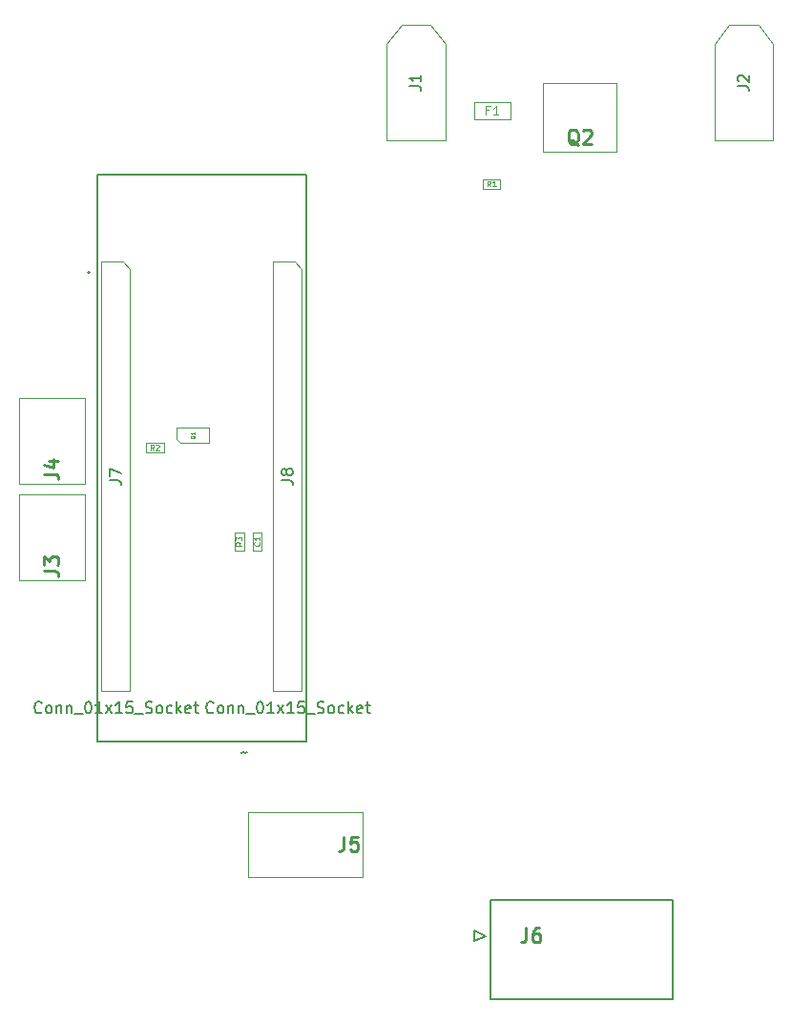
<source format=gbr>
%TF.GenerationSoftware,KiCad,Pcbnew,8.0.1*%
%TF.CreationDate,2024-04-24T20:44:49+02:00*%
%TF.ProjectId,Connectors_card,436f6e6e-6563-4746-9f72-735f63617264,rev?*%
%TF.SameCoordinates,Original*%
%TF.FileFunction,AssemblyDrawing,Top*%
%FSLAX46Y46*%
G04 Gerber Fmt 4.6, Leading zero omitted, Abs format (unit mm)*
G04 Created by KiCad (PCBNEW 8.0.1) date 2024-04-24 20:44:49*
%MOMM*%
%LPD*%
G01*
G04 APERTURE LIST*
%ADD10C,0.254000*%
%ADD11C,0.050000*%
%ADD12C,0.120000*%
%ADD13C,0.150000*%
%ADD14C,0.075000*%
%ADD15C,0.100000*%
%ADD16C,0.127000*%
%ADD17C,0.200000*%
G04 APERTURE END LIST*
D10*
X102002518Y-103065332D02*
X102909661Y-103065332D01*
X102909661Y-103065332D02*
X103091089Y-103125809D01*
X103091089Y-103125809D02*
X103212042Y-103246761D01*
X103212042Y-103246761D02*
X103272518Y-103428190D01*
X103272518Y-103428190D02*
X103272518Y-103549142D01*
X102002518Y-102581523D02*
X102002518Y-101795332D01*
X102002518Y-101795332D02*
X102486327Y-102218666D01*
X102486327Y-102218666D02*
X102486327Y-102037237D01*
X102486327Y-102037237D02*
X102546803Y-101916285D01*
X102546803Y-101916285D02*
X102607280Y-101855809D01*
X102607280Y-101855809D02*
X102728232Y-101795332D01*
X102728232Y-101795332D02*
X103030613Y-101795332D01*
X103030613Y-101795332D02*
X103151565Y-101855809D01*
X103151565Y-101855809D02*
X103212042Y-101916285D01*
X103212042Y-101916285D02*
X103272518Y-102037237D01*
X103272518Y-102037237D02*
X103272518Y-102400094D01*
X103272518Y-102400094D02*
X103212042Y-102521047D01*
X103212042Y-102521047D02*
X103151565Y-102581523D01*
X128594867Y-126666318D02*
X128594867Y-127573461D01*
X128594867Y-127573461D02*
X128534390Y-127754889D01*
X128534390Y-127754889D02*
X128413438Y-127875842D01*
X128413438Y-127875842D02*
X128232009Y-127936318D01*
X128232009Y-127936318D02*
X128111057Y-127936318D01*
X129804390Y-126666318D02*
X129199628Y-126666318D01*
X129199628Y-126666318D02*
X129139152Y-127271080D01*
X129139152Y-127271080D02*
X129199628Y-127210603D01*
X129199628Y-127210603D02*
X129320581Y-127150127D01*
X129320581Y-127150127D02*
X129622962Y-127150127D01*
X129622962Y-127150127D02*
X129743914Y-127210603D01*
X129743914Y-127210603D02*
X129804390Y-127271080D01*
X129804390Y-127271080D02*
X129864867Y-127392032D01*
X129864867Y-127392032D02*
X129864867Y-127694413D01*
X129864867Y-127694413D02*
X129804390Y-127815365D01*
X129804390Y-127815365D02*
X129743914Y-127875842D01*
X129743914Y-127875842D02*
X129622962Y-127936318D01*
X129622962Y-127936318D02*
X129320581Y-127936318D01*
X129320581Y-127936318D02*
X129199628Y-127875842D01*
X129199628Y-127875842D02*
X129139152Y-127815365D01*
D11*
X115354114Y-91092476D02*
X115338876Y-91122952D01*
X115338876Y-91122952D02*
X115308400Y-91153428D01*
X115308400Y-91153428D02*
X115262685Y-91199142D01*
X115262685Y-91199142D02*
X115247447Y-91229619D01*
X115247447Y-91229619D02*
X115247447Y-91260095D01*
X115323638Y-91244857D02*
X115308400Y-91275333D01*
X115308400Y-91275333D02*
X115277923Y-91305809D01*
X115277923Y-91305809D02*
X115216971Y-91321047D01*
X115216971Y-91321047D02*
X115110304Y-91321047D01*
X115110304Y-91321047D02*
X115049352Y-91305809D01*
X115049352Y-91305809D02*
X115018876Y-91275333D01*
X115018876Y-91275333D02*
X115003638Y-91244857D01*
X115003638Y-91244857D02*
X115003638Y-91183904D01*
X115003638Y-91183904D02*
X115018876Y-91153428D01*
X115018876Y-91153428D02*
X115049352Y-91122952D01*
X115049352Y-91122952D02*
X115110304Y-91107714D01*
X115110304Y-91107714D02*
X115216971Y-91107714D01*
X115216971Y-91107714D02*
X115277923Y-91122952D01*
X115277923Y-91122952D02*
X115308400Y-91153428D01*
X115308400Y-91153428D02*
X115323638Y-91183904D01*
X115323638Y-91183904D02*
X115323638Y-91244857D01*
X115323638Y-90802952D02*
X115323638Y-90985809D01*
X115323638Y-90894381D02*
X115003638Y-90894381D01*
X115003638Y-90894381D02*
X115049352Y-90924857D01*
X115049352Y-90924857D02*
X115079828Y-90955333D01*
X115079828Y-90955333D02*
X115095066Y-90985809D01*
D12*
X141461533Y-62206807D02*
X141194867Y-62206807D01*
X141194867Y-62625855D02*
X141194867Y-61825855D01*
X141194867Y-61825855D02*
X141575819Y-61825855D01*
X142299628Y-62625855D02*
X141842485Y-62625855D01*
X142071057Y-62625855D02*
X142071057Y-61825855D01*
X142071057Y-61825855D02*
X141994866Y-61940140D01*
X141994866Y-61940140D02*
X141918676Y-62016331D01*
X141918676Y-62016331D02*
X141842485Y-62054426D01*
D10*
X144754867Y-134766318D02*
X144754867Y-135673461D01*
X144754867Y-135673461D02*
X144694390Y-135854889D01*
X144694390Y-135854889D02*
X144573438Y-135975842D01*
X144573438Y-135975842D02*
X144392009Y-136036318D01*
X144392009Y-136036318D02*
X144271057Y-136036318D01*
X145903914Y-134766318D02*
X145662009Y-134766318D01*
X145662009Y-134766318D02*
X145541057Y-134826794D01*
X145541057Y-134826794D02*
X145480581Y-134887270D01*
X145480581Y-134887270D02*
X145359628Y-135068699D01*
X145359628Y-135068699D02*
X145299152Y-135310603D01*
X145299152Y-135310603D02*
X145299152Y-135794413D01*
X145299152Y-135794413D02*
X145359628Y-135915365D01*
X145359628Y-135915365D02*
X145420105Y-135975842D01*
X145420105Y-135975842D02*
X145541057Y-136036318D01*
X145541057Y-136036318D02*
X145782962Y-136036318D01*
X145782962Y-136036318D02*
X145903914Y-135975842D01*
X145903914Y-135975842D02*
X145964390Y-135915365D01*
X145964390Y-135915365D02*
X146024867Y-135794413D01*
X146024867Y-135794413D02*
X146024867Y-135492032D01*
X146024867Y-135492032D02*
X145964390Y-135371080D01*
X145964390Y-135371080D02*
X145903914Y-135310603D01*
X145903914Y-135310603D02*
X145782962Y-135250127D01*
X145782962Y-135250127D02*
X145541057Y-135250127D01*
X145541057Y-135250127D02*
X145420105Y-135310603D01*
X145420105Y-135310603D02*
X145359628Y-135371080D01*
X145359628Y-135371080D02*
X145299152Y-135492032D01*
D13*
X119506295Y-119225866D02*
X119553914Y-119178247D01*
X119553914Y-119178247D02*
X119649152Y-119130628D01*
X119649152Y-119130628D02*
X119839628Y-119225866D01*
X119839628Y-119225866D02*
X119934866Y-119178247D01*
X119934866Y-119178247D02*
X119982485Y-119130628D01*
X134433019Y-60095333D02*
X135147304Y-60095333D01*
X135147304Y-60095333D02*
X135290161Y-60142952D01*
X135290161Y-60142952D02*
X135385400Y-60238190D01*
X135385400Y-60238190D02*
X135433019Y-60381047D01*
X135433019Y-60381047D02*
X135433019Y-60476285D01*
X135433019Y-59095333D02*
X135433019Y-59666761D01*
X135433019Y-59381047D02*
X134433019Y-59381047D01*
X134433019Y-59381047D02*
X134575876Y-59476285D01*
X134575876Y-59476285D02*
X134671114Y-59571523D01*
X134671114Y-59571523D02*
X134718733Y-59666761D01*
X101760960Y-115615580D02*
X101713341Y-115663200D01*
X101713341Y-115663200D02*
X101570484Y-115710819D01*
X101570484Y-115710819D02*
X101475246Y-115710819D01*
X101475246Y-115710819D02*
X101332389Y-115663200D01*
X101332389Y-115663200D02*
X101237151Y-115567961D01*
X101237151Y-115567961D02*
X101189532Y-115472723D01*
X101189532Y-115472723D02*
X101141913Y-115282247D01*
X101141913Y-115282247D02*
X101141913Y-115139390D01*
X101141913Y-115139390D02*
X101189532Y-114948914D01*
X101189532Y-114948914D02*
X101237151Y-114853676D01*
X101237151Y-114853676D02*
X101332389Y-114758438D01*
X101332389Y-114758438D02*
X101475246Y-114710819D01*
X101475246Y-114710819D02*
X101570484Y-114710819D01*
X101570484Y-114710819D02*
X101713341Y-114758438D01*
X101713341Y-114758438D02*
X101760960Y-114806057D01*
X102332389Y-115710819D02*
X102237151Y-115663200D01*
X102237151Y-115663200D02*
X102189532Y-115615580D01*
X102189532Y-115615580D02*
X102141913Y-115520342D01*
X102141913Y-115520342D02*
X102141913Y-115234628D01*
X102141913Y-115234628D02*
X102189532Y-115139390D01*
X102189532Y-115139390D02*
X102237151Y-115091771D01*
X102237151Y-115091771D02*
X102332389Y-115044152D01*
X102332389Y-115044152D02*
X102475246Y-115044152D01*
X102475246Y-115044152D02*
X102570484Y-115091771D01*
X102570484Y-115091771D02*
X102618103Y-115139390D01*
X102618103Y-115139390D02*
X102665722Y-115234628D01*
X102665722Y-115234628D02*
X102665722Y-115520342D01*
X102665722Y-115520342D02*
X102618103Y-115615580D01*
X102618103Y-115615580D02*
X102570484Y-115663200D01*
X102570484Y-115663200D02*
X102475246Y-115710819D01*
X102475246Y-115710819D02*
X102332389Y-115710819D01*
X103094294Y-115044152D02*
X103094294Y-115710819D01*
X103094294Y-115139390D02*
X103141913Y-115091771D01*
X103141913Y-115091771D02*
X103237151Y-115044152D01*
X103237151Y-115044152D02*
X103380008Y-115044152D01*
X103380008Y-115044152D02*
X103475246Y-115091771D01*
X103475246Y-115091771D02*
X103522865Y-115187009D01*
X103522865Y-115187009D02*
X103522865Y-115710819D01*
X103999056Y-115044152D02*
X103999056Y-115710819D01*
X103999056Y-115139390D02*
X104046675Y-115091771D01*
X104046675Y-115091771D02*
X104141913Y-115044152D01*
X104141913Y-115044152D02*
X104284770Y-115044152D01*
X104284770Y-115044152D02*
X104380008Y-115091771D01*
X104380008Y-115091771D02*
X104427627Y-115187009D01*
X104427627Y-115187009D02*
X104427627Y-115710819D01*
X104665723Y-115806057D02*
X105427627Y-115806057D01*
X105856199Y-114710819D02*
X105951437Y-114710819D01*
X105951437Y-114710819D02*
X106046675Y-114758438D01*
X106046675Y-114758438D02*
X106094294Y-114806057D01*
X106094294Y-114806057D02*
X106141913Y-114901295D01*
X106141913Y-114901295D02*
X106189532Y-115091771D01*
X106189532Y-115091771D02*
X106189532Y-115329866D01*
X106189532Y-115329866D02*
X106141913Y-115520342D01*
X106141913Y-115520342D02*
X106094294Y-115615580D01*
X106094294Y-115615580D02*
X106046675Y-115663200D01*
X106046675Y-115663200D02*
X105951437Y-115710819D01*
X105951437Y-115710819D02*
X105856199Y-115710819D01*
X105856199Y-115710819D02*
X105760961Y-115663200D01*
X105760961Y-115663200D02*
X105713342Y-115615580D01*
X105713342Y-115615580D02*
X105665723Y-115520342D01*
X105665723Y-115520342D02*
X105618104Y-115329866D01*
X105618104Y-115329866D02*
X105618104Y-115091771D01*
X105618104Y-115091771D02*
X105665723Y-114901295D01*
X105665723Y-114901295D02*
X105713342Y-114806057D01*
X105713342Y-114806057D02*
X105760961Y-114758438D01*
X105760961Y-114758438D02*
X105856199Y-114710819D01*
X107141913Y-115710819D02*
X106570485Y-115710819D01*
X106856199Y-115710819D02*
X106856199Y-114710819D01*
X106856199Y-114710819D02*
X106760961Y-114853676D01*
X106760961Y-114853676D02*
X106665723Y-114948914D01*
X106665723Y-114948914D02*
X106570485Y-114996533D01*
X107475247Y-115710819D02*
X107999056Y-115044152D01*
X107475247Y-115044152D02*
X107999056Y-115710819D01*
X108903818Y-115710819D02*
X108332390Y-115710819D01*
X108618104Y-115710819D02*
X108618104Y-114710819D01*
X108618104Y-114710819D02*
X108522866Y-114853676D01*
X108522866Y-114853676D02*
X108427628Y-114948914D01*
X108427628Y-114948914D02*
X108332390Y-114996533D01*
X109808580Y-114710819D02*
X109332390Y-114710819D01*
X109332390Y-114710819D02*
X109284771Y-115187009D01*
X109284771Y-115187009D02*
X109332390Y-115139390D01*
X109332390Y-115139390D02*
X109427628Y-115091771D01*
X109427628Y-115091771D02*
X109665723Y-115091771D01*
X109665723Y-115091771D02*
X109760961Y-115139390D01*
X109760961Y-115139390D02*
X109808580Y-115187009D01*
X109808580Y-115187009D02*
X109856199Y-115282247D01*
X109856199Y-115282247D02*
X109856199Y-115520342D01*
X109856199Y-115520342D02*
X109808580Y-115615580D01*
X109808580Y-115615580D02*
X109760961Y-115663200D01*
X109760961Y-115663200D02*
X109665723Y-115710819D01*
X109665723Y-115710819D02*
X109427628Y-115710819D01*
X109427628Y-115710819D02*
X109332390Y-115663200D01*
X109332390Y-115663200D02*
X109284771Y-115615580D01*
X110046676Y-115806057D02*
X110808580Y-115806057D01*
X110999057Y-115663200D02*
X111141914Y-115710819D01*
X111141914Y-115710819D02*
X111380009Y-115710819D01*
X111380009Y-115710819D02*
X111475247Y-115663200D01*
X111475247Y-115663200D02*
X111522866Y-115615580D01*
X111522866Y-115615580D02*
X111570485Y-115520342D01*
X111570485Y-115520342D02*
X111570485Y-115425104D01*
X111570485Y-115425104D02*
X111522866Y-115329866D01*
X111522866Y-115329866D02*
X111475247Y-115282247D01*
X111475247Y-115282247D02*
X111380009Y-115234628D01*
X111380009Y-115234628D02*
X111189533Y-115187009D01*
X111189533Y-115187009D02*
X111094295Y-115139390D01*
X111094295Y-115139390D02*
X111046676Y-115091771D01*
X111046676Y-115091771D02*
X110999057Y-114996533D01*
X110999057Y-114996533D02*
X110999057Y-114901295D01*
X110999057Y-114901295D02*
X111046676Y-114806057D01*
X111046676Y-114806057D02*
X111094295Y-114758438D01*
X111094295Y-114758438D02*
X111189533Y-114710819D01*
X111189533Y-114710819D02*
X111427628Y-114710819D01*
X111427628Y-114710819D02*
X111570485Y-114758438D01*
X112141914Y-115710819D02*
X112046676Y-115663200D01*
X112046676Y-115663200D02*
X111999057Y-115615580D01*
X111999057Y-115615580D02*
X111951438Y-115520342D01*
X111951438Y-115520342D02*
X111951438Y-115234628D01*
X111951438Y-115234628D02*
X111999057Y-115139390D01*
X111999057Y-115139390D02*
X112046676Y-115091771D01*
X112046676Y-115091771D02*
X112141914Y-115044152D01*
X112141914Y-115044152D02*
X112284771Y-115044152D01*
X112284771Y-115044152D02*
X112380009Y-115091771D01*
X112380009Y-115091771D02*
X112427628Y-115139390D01*
X112427628Y-115139390D02*
X112475247Y-115234628D01*
X112475247Y-115234628D02*
X112475247Y-115520342D01*
X112475247Y-115520342D02*
X112427628Y-115615580D01*
X112427628Y-115615580D02*
X112380009Y-115663200D01*
X112380009Y-115663200D02*
X112284771Y-115710819D01*
X112284771Y-115710819D02*
X112141914Y-115710819D01*
X113332390Y-115663200D02*
X113237152Y-115710819D01*
X113237152Y-115710819D02*
X113046676Y-115710819D01*
X113046676Y-115710819D02*
X112951438Y-115663200D01*
X112951438Y-115663200D02*
X112903819Y-115615580D01*
X112903819Y-115615580D02*
X112856200Y-115520342D01*
X112856200Y-115520342D02*
X112856200Y-115234628D01*
X112856200Y-115234628D02*
X112903819Y-115139390D01*
X112903819Y-115139390D02*
X112951438Y-115091771D01*
X112951438Y-115091771D02*
X113046676Y-115044152D01*
X113046676Y-115044152D02*
X113237152Y-115044152D01*
X113237152Y-115044152D02*
X113332390Y-115091771D01*
X113760962Y-115710819D02*
X113760962Y-114710819D01*
X113856200Y-115329866D02*
X114141914Y-115710819D01*
X114141914Y-115044152D02*
X113760962Y-115425104D01*
X114951438Y-115663200D02*
X114856200Y-115710819D01*
X114856200Y-115710819D02*
X114665724Y-115710819D01*
X114665724Y-115710819D02*
X114570486Y-115663200D01*
X114570486Y-115663200D02*
X114522867Y-115567961D01*
X114522867Y-115567961D02*
X114522867Y-115187009D01*
X114522867Y-115187009D02*
X114570486Y-115091771D01*
X114570486Y-115091771D02*
X114665724Y-115044152D01*
X114665724Y-115044152D02*
X114856200Y-115044152D01*
X114856200Y-115044152D02*
X114951438Y-115091771D01*
X114951438Y-115091771D02*
X114999057Y-115187009D01*
X114999057Y-115187009D02*
X114999057Y-115282247D01*
X114999057Y-115282247D02*
X114522867Y-115377485D01*
X115284772Y-115044152D02*
X115665724Y-115044152D01*
X115427629Y-114710819D02*
X115427629Y-115567961D01*
X115427629Y-115567961D02*
X115475248Y-115663200D01*
X115475248Y-115663200D02*
X115570486Y-115710819D01*
X115570486Y-115710819D02*
X115665724Y-115710819D01*
X107811019Y-95039333D02*
X108525304Y-95039333D01*
X108525304Y-95039333D02*
X108668161Y-95086952D01*
X108668161Y-95086952D02*
X108763400Y-95182190D01*
X108763400Y-95182190D02*
X108811019Y-95325047D01*
X108811019Y-95325047D02*
X108811019Y-95420285D01*
X107811019Y-94658380D02*
X107811019Y-93991714D01*
X107811019Y-93991714D02*
X108811019Y-94420285D01*
D10*
X149407247Y-65307270D02*
X149286295Y-65246794D01*
X149286295Y-65246794D02*
X149165342Y-65125842D01*
X149165342Y-65125842D02*
X148983914Y-64944413D01*
X148983914Y-64944413D02*
X148862961Y-64883937D01*
X148862961Y-64883937D02*
X148742009Y-64883937D01*
X148802485Y-65186318D02*
X148681533Y-65125842D01*
X148681533Y-65125842D02*
X148560580Y-65004889D01*
X148560580Y-65004889D02*
X148500104Y-64762984D01*
X148500104Y-64762984D02*
X148500104Y-64339651D01*
X148500104Y-64339651D02*
X148560580Y-64097746D01*
X148560580Y-64097746D02*
X148681533Y-63976794D01*
X148681533Y-63976794D02*
X148802485Y-63916318D01*
X148802485Y-63916318D02*
X149044390Y-63916318D01*
X149044390Y-63916318D02*
X149165342Y-63976794D01*
X149165342Y-63976794D02*
X149286295Y-64097746D01*
X149286295Y-64097746D02*
X149346771Y-64339651D01*
X149346771Y-64339651D02*
X149346771Y-64762984D01*
X149346771Y-64762984D02*
X149286295Y-65004889D01*
X149286295Y-65004889D02*
X149165342Y-65125842D01*
X149165342Y-65125842D02*
X149044390Y-65186318D01*
X149044390Y-65186318D02*
X148802485Y-65186318D01*
X149830580Y-64037270D02*
X149891056Y-63976794D01*
X149891056Y-63976794D02*
X150012009Y-63916318D01*
X150012009Y-63916318D02*
X150314390Y-63916318D01*
X150314390Y-63916318D02*
X150435342Y-63976794D01*
X150435342Y-63976794D02*
X150495818Y-64037270D01*
X150495818Y-64037270D02*
X150556295Y-64158222D01*
X150556295Y-64158222D02*
X150556295Y-64279175D01*
X150556295Y-64279175D02*
X150495818Y-64460603D01*
X150495818Y-64460603D02*
X149770104Y-65186318D01*
X149770104Y-65186318D02*
X150556295Y-65186318D01*
D13*
X117000960Y-115615580D02*
X116953341Y-115663200D01*
X116953341Y-115663200D02*
X116810484Y-115710819D01*
X116810484Y-115710819D02*
X116715246Y-115710819D01*
X116715246Y-115710819D02*
X116572389Y-115663200D01*
X116572389Y-115663200D02*
X116477151Y-115567961D01*
X116477151Y-115567961D02*
X116429532Y-115472723D01*
X116429532Y-115472723D02*
X116381913Y-115282247D01*
X116381913Y-115282247D02*
X116381913Y-115139390D01*
X116381913Y-115139390D02*
X116429532Y-114948914D01*
X116429532Y-114948914D02*
X116477151Y-114853676D01*
X116477151Y-114853676D02*
X116572389Y-114758438D01*
X116572389Y-114758438D02*
X116715246Y-114710819D01*
X116715246Y-114710819D02*
X116810484Y-114710819D01*
X116810484Y-114710819D02*
X116953341Y-114758438D01*
X116953341Y-114758438D02*
X117000960Y-114806057D01*
X117572389Y-115710819D02*
X117477151Y-115663200D01*
X117477151Y-115663200D02*
X117429532Y-115615580D01*
X117429532Y-115615580D02*
X117381913Y-115520342D01*
X117381913Y-115520342D02*
X117381913Y-115234628D01*
X117381913Y-115234628D02*
X117429532Y-115139390D01*
X117429532Y-115139390D02*
X117477151Y-115091771D01*
X117477151Y-115091771D02*
X117572389Y-115044152D01*
X117572389Y-115044152D02*
X117715246Y-115044152D01*
X117715246Y-115044152D02*
X117810484Y-115091771D01*
X117810484Y-115091771D02*
X117858103Y-115139390D01*
X117858103Y-115139390D02*
X117905722Y-115234628D01*
X117905722Y-115234628D02*
X117905722Y-115520342D01*
X117905722Y-115520342D02*
X117858103Y-115615580D01*
X117858103Y-115615580D02*
X117810484Y-115663200D01*
X117810484Y-115663200D02*
X117715246Y-115710819D01*
X117715246Y-115710819D02*
X117572389Y-115710819D01*
X118334294Y-115044152D02*
X118334294Y-115710819D01*
X118334294Y-115139390D02*
X118381913Y-115091771D01*
X118381913Y-115091771D02*
X118477151Y-115044152D01*
X118477151Y-115044152D02*
X118620008Y-115044152D01*
X118620008Y-115044152D02*
X118715246Y-115091771D01*
X118715246Y-115091771D02*
X118762865Y-115187009D01*
X118762865Y-115187009D02*
X118762865Y-115710819D01*
X119239056Y-115044152D02*
X119239056Y-115710819D01*
X119239056Y-115139390D02*
X119286675Y-115091771D01*
X119286675Y-115091771D02*
X119381913Y-115044152D01*
X119381913Y-115044152D02*
X119524770Y-115044152D01*
X119524770Y-115044152D02*
X119620008Y-115091771D01*
X119620008Y-115091771D02*
X119667627Y-115187009D01*
X119667627Y-115187009D02*
X119667627Y-115710819D01*
X119905723Y-115806057D02*
X120667627Y-115806057D01*
X121096199Y-114710819D02*
X121191437Y-114710819D01*
X121191437Y-114710819D02*
X121286675Y-114758438D01*
X121286675Y-114758438D02*
X121334294Y-114806057D01*
X121334294Y-114806057D02*
X121381913Y-114901295D01*
X121381913Y-114901295D02*
X121429532Y-115091771D01*
X121429532Y-115091771D02*
X121429532Y-115329866D01*
X121429532Y-115329866D02*
X121381913Y-115520342D01*
X121381913Y-115520342D02*
X121334294Y-115615580D01*
X121334294Y-115615580D02*
X121286675Y-115663200D01*
X121286675Y-115663200D02*
X121191437Y-115710819D01*
X121191437Y-115710819D02*
X121096199Y-115710819D01*
X121096199Y-115710819D02*
X121000961Y-115663200D01*
X121000961Y-115663200D02*
X120953342Y-115615580D01*
X120953342Y-115615580D02*
X120905723Y-115520342D01*
X120905723Y-115520342D02*
X120858104Y-115329866D01*
X120858104Y-115329866D02*
X120858104Y-115091771D01*
X120858104Y-115091771D02*
X120905723Y-114901295D01*
X120905723Y-114901295D02*
X120953342Y-114806057D01*
X120953342Y-114806057D02*
X121000961Y-114758438D01*
X121000961Y-114758438D02*
X121096199Y-114710819D01*
X122381913Y-115710819D02*
X121810485Y-115710819D01*
X122096199Y-115710819D02*
X122096199Y-114710819D01*
X122096199Y-114710819D02*
X122000961Y-114853676D01*
X122000961Y-114853676D02*
X121905723Y-114948914D01*
X121905723Y-114948914D02*
X121810485Y-114996533D01*
X122715247Y-115710819D02*
X123239056Y-115044152D01*
X122715247Y-115044152D02*
X123239056Y-115710819D01*
X124143818Y-115710819D02*
X123572390Y-115710819D01*
X123858104Y-115710819D02*
X123858104Y-114710819D01*
X123858104Y-114710819D02*
X123762866Y-114853676D01*
X123762866Y-114853676D02*
X123667628Y-114948914D01*
X123667628Y-114948914D02*
X123572390Y-114996533D01*
X125048580Y-114710819D02*
X124572390Y-114710819D01*
X124572390Y-114710819D02*
X124524771Y-115187009D01*
X124524771Y-115187009D02*
X124572390Y-115139390D01*
X124572390Y-115139390D02*
X124667628Y-115091771D01*
X124667628Y-115091771D02*
X124905723Y-115091771D01*
X124905723Y-115091771D02*
X125000961Y-115139390D01*
X125000961Y-115139390D02*
X125048580Y-115187009D01*
X125048580Y-115187009D02*
X125096199Y-115282247D01*
X125096199Y-115282247D02*
X125096199Y-115520342D01*
X125096199Y-115520342D02*
X125048580Y-115615580D01*
X125048580Y-115615580D02*
X125000961Y-115663200D01*
X125000961Y-115663200D02*
X124905723Y-115710819D01*
X124905723Y-115710819D02*
X124667628Y-115710819D01*
X124667628Y-115710819D02*
X124572390Y-115663200D01*
X124572390Y-115663200D02*
X124524771Y-115615580D01*
X125286676Y-115806057D02*
X126048580Y-115806057D01*
X126239057Y-115663200D02*
X126381914Y-115710819D01*
X126381914Y-115710819D02*
X126620009Y-115710819D01*
X126620009Y-115710819D02*
X126715247Y-115663200D01*
X126715247Y-115663200D02*
X126762866Y-115615580D01*
X126762866Y-115615580D02*
X126810485Y-115520342D01*
X126810485Y-115520342D02*
X126810485Y-115425104D01*
X126810485Y-115425104D02*
X126762866Y-115329866D01*
X126762866Y-115329866D02*
X126715247Y-115282247D01*
X126715247Y-115282247D02*
X126620009Y-115234628D01*
X126620009Y-115234628D02*
X126429533Y-115187009D01*
X126429533Y-115187009D02*
X126334295Y-115139390D01*
X126334295Y-115139390D02*
X126286676Y-115091771D01*
X126286676Y-115091771D02*
X126239057Y-114996533D01*
X126239057Y-114996533D02*
X126239057Y-114901295D01*
X126239057Y-114901295D02*
X126286676Y-114806057D01*
X126286676Y-114806057D02*
X126334295Y-114758438D01*
X126334295Y-114758438D02*
X126429533Y-114710819D01*
X126429533Y-114710819D02*
X126667628Y-114710819D01*
X126667628Y-114710819D02*
X126810485Y-114758438D01*
X127381914Y-115710819D02*
X127286676Y-115663200D01*
X127286676Y-115663200D02*
X127239057Y-115615580D01*
X127239057Y-115615580D02*
X127191438Y-115520342D01*
X127191438Y-115520342D02*
X127191438Y-115234628D01*
X127191438Y-115234628D02*
X127239057Y-115139390D01*
X127239057Y-115139390D02*
X127286676Y-115091771D01*
X127286676Y-115091771D02*
X127381914Y-115044152D01*
X127381914Y-115044152D02*
X127524771Y-115044152D01*
X127524771Y-115044152D02*
X127620009Y-115091771D01*
X127620009Y-115091771D02*
X127667628Y-115139390D01*
X127667628Y-115139390D02*
X127715247Y-115234628D01*
X127715247Y-115234628D02*
X127715247Y-115520342D01*
X127715247Y-115520342D02*
X127667628Y-115615580D01*
X127667628Y-115615580D02*
X127620009Y-115663200D01*
X127620009Y-115663200D02*
X127524771Y-115710819D01*
X127524771Y-115710819D02*
X127381914Y-115710819D01*
X128572390Y-115663200D02*
X128477152Y-115710819D01*
X128477152Y-115710819D02*
X128286676Y-115710819D01*
X128286676Y-115710819D02*
X128191438Y-115663200D01*
X128191438Y-115663200D02*
X128143819Y-115615580D01*
X128143819Y-115615580D02*
X128096200Y-115520342D01*
X128096200Y-115520342D02*
X128096200Y-115234628D01*
X128096200Y-115234628D02*
X128143819Y-115139390D01*
X128143819Y-115139390D02*
X128191438Y-115091771D01*
X128191438Y-115091771D02*
X128286676Y-115044152D01*
X128286676Y-115044152D02*
X128477152Y-115044152D01*
X128477152Y-115044152D02*
X128572390Y-115091771D01*
X129000962Y-115710819D02*
X129000962Y-114710819D01*
X129096200Y-115329866D02*
X129381914Y-115710819D01*
X129381914Y-115044152D02*
X129000962Y-115425104D01*
X130191438Y-115663200D02*
X130096200Y-115710819D01*
X130096200Y-115710819D02*
X129905724Y-115710819D01*
X129905724Y-115710819D02*
X129810486Y-115663200D01*
X129810486Y-115663200D02*
X129762867Y-115567961D01*
X129762867Y-115567961D02*
X129762867Y-115187009D01*
X129762867Y-115187009D02*
X129810486Y-115091771D01*
X129810486Y-115091771D02*
X129905724Y-115044152D01*
X129905724Y-115044152D02*
X130096200Y-115044152D01*
X130096200Y-115044152D02*
X130191438Y-115091771D01*
X130191438Y-115091771D02*
X130239057Y-115187009D01*
X130239057Y-115187009D02*
X130239057Y-115282247D01*
X130239057Y-115282247D02*
X129762867Y-115377485D01*
X130524772Y-115044152D02*
X130905724Y-115044152D01*
X130667629Y-114710819D02*
X130667629Y-115567961D01*
X130667629Y-115567961D02*
X130715248Y-115663200D01*
X130715248Y-115663200D02*
X130810486Y-115710819D01*
X130810486Y-115710819D02*
X130905724Y-115710819D01*
X123051019Y-95039333D02*
X123765304Y-95039333D01*
X123765304Y-95039333D02*
X123908161Y-95086952D01*
X123908161Y-95086952D02*
X124003400Y-95182190D01*
X124003400Y-95182190D02*
X124051019Y-95325047D01*
X124051019Y-95325047D02*
X124051019Y-95420285D01*
X123479590Y-94420285D02*
X123431971Y-94515523D01*
X123431971Y-94515523D02*
X123384352Y-94563142D01*
X123384352Y-94563142D02*
X123289114Y-94610761D01*
X123289114Y-94610761D02*
X123241495Y-94610761D01*
X123241495Y-94610761D02*
X123146257Y-94563142D01*
X123146257Y-94563142D02*
X123098638Y-94515523D01*
X123098638Y-94515523D02*
X123051019Y-94420285D01*
X123051019Y-94420285D02*
X123051019Y-94229809D01*
X123051019Y-94229809D02*
X123098638Y-94134571D01*
X123098638Y-94134571D02*
X123146257Y-94086952D01*
X123146257Y-94086952D02*
X123241495Y-94039333D01*
X123241495Y-94039333D02*
X123289114Y-94039333D01*
X123289114Y-94039333D02*
X123384352Y-94086952D01*
X123384352Y-94086952D02*
X123431971Y-94134571D01*
X123431971Y-94134571D02*
X123479590Y-94229809D01*
X123479590Y-94229809D02*
X123479590Y-94420285D01*
X123479590Y-94420285D02*
X123527209Y-94515523D01*
X123527209Y-94515523D02*
X123574828Y-94563142D01*
X123574828Y-94563142D02*
X123670066Y-94610761D01*
X123670066Y-94610761D02*
X123860542Y-94610761D01*
X123860542Y-94610761D02*
X123955780Y-94563142D01*
X123955780Y-94563142D02*
X124003400Y-94515523D01*
X124003400Y-94515523D02*
X124051019Y-94420285D01*
X124051019Y-94420285D02*
X124051019Y-94229809D01*
X124051019Y-94229809D02*
X124003400Y-94134571D01*
X124003400Y-94134571D02*
X123955780Y-94086952D01*
X123955780Y-94086952D02*
X123860542Y-94039333D01*
X123860542Y-94039333D02*
X123670066Y-94039333D01*
X123670066Y-94039333D02*
X123574828Y-94086952D01*
X123574828Y-94086952D02*
X123527209Y-94134571D01*
X123527209Y-94134571D02*
X123479590Y-94229809D01*
D10*
X102002518Y-94485332D02*
X102909661Y-94485332D01*
X102909661Y-94485332D02*
X103091089Y-94545809D01*
X103091089Y-94545809D02*
X103212042Y-94666761D01*
X103212042Y-94666761D02*
X103272518Y-94848190D01*
X103272518Y-94848190D02*
X103272518Y-94969142D01*
X102425851Y-93336285D02*
X103272518Y-93336285D01*
X101942042Y-93638666D02*
X102849184Y-93941047D01*
X102849184Y-93941047D02*
X102849184Y-93154856D01*
D14*
X111714866Y-92389409D02*
X111548200Y-92151314D01*
X111429152Y-92389409D02*
X111429152Y-91889409D01*
X111429152Y-91889409D02*
X111619628Y-91889409D01*
X111619628Y-91889409D02*
X111667247Y-91913219D01*
X111667247Y-91913219D02*
X111691057Y-91937028D01*
X111691057Y-91937028D02*
X111714866Y-91984647D01*
X111714866Y-91984647D02*
X111714866Y-92056076D01*
X111714866Y-92056076D02*
X111691057Y-92103695D01*
X111691057Y-92103695D02*
X111667247Y-92127504D01*
X111667247Y-92127504D02*
X111619628Y-92151314D01*
X111619628Y-92151314D02*
X111429152Y-92151314D01*
X111905343Y-91937028D02*
X111929152Y-91913219D01*
X111929152Y-91913219D02*
X111976771Y-91889409D01*
X111976771Y-91889409D02*
X112095819Y-91889409D01*
X112095819Y-91889409D02*
X112143438Y-91913219D01*
X112143438Y-91913219D02*
X112167247Y-91937028D01*
X112167247Y-91937028D02*
X112191057Y-91984647D01*
X112191057Y-91984647D02*
X112191057Y-92032266D01*
X112191057Y-92032266D02*
X112167247Y-92103695D01*
X112167247Y-92103695D02*
X111881533Y-92389409D01*
X111881533Y-92389409D02*
X112191057Y-92389409D01*
X141594866Y-68989409D02*
X141428200Y-68751314D01*
X141309152Y-68989409D02*
X141309152Y-68489409D01*
X141309152Y-68489409D02*
X141499628Y-68489409D01*
X141499628Y-68489409D02*
X141547247Y-68513219D01*
X141547247Y-68513219D02*
X141571057Y-68537028D01*
X141571057Y-68537028D02*
X141594866Y-68584647D01*
X141594866Y-68584647D02*
X141594866Y-68656076D01*
X141594866Y-68656076D02*
X141571057Y-68703695D01*
X141571057Y-68703695D02*
X141547247Y-68727504D01*
X141547247Y-68727504D02*
X141499628Y-68751314D01*
X141499628Y-68751314D02*
X141309152Y-68751314D01*
X142071057Y-68989409D02*
X141785343Y-68989409D01*
X141928200Y-68989409D02*
X141928200Y-68489409D01*
X141928200Y-68489409D02*
X141880581Y-68560838D01*
X141880581Y-68560838D02*
X141832962Y-68608457D01*
X141832962Y-68608457D02*
X141785343Y-68632266D01*
X121077990Y-100545333D02*
X121101800Y-100569142D01*
X121101800Y-100569142D02*
X121125609Y-100640571D01*
X121125609Y-100640571D02*
X121125609Y-100688190D01*
X121125609Y-100688190D02*
X121101800Y-100759618D01*
X121101800Y-100759618D02*
X121054180Y-100807237D01*
X121054180Y-100807237D02*
X121006561Y-100831047D01*
X121006561Y-100831047D02*
X120911323Y-100854856D01*
X120911323Y-100854856D02*
X120839895Y-100854856D01*
X120839895Y-100854856D02*
X120744657Y-100831047D01*
X120744657Y-100831047D02*
X120697038Y-100807237D01*
X120697038Y-100807237D02*
X120649419Y-100759618D01*
X120649419Y-100759618D02*
X120625609Y-100688190D01*
X120625609Y-100688190D02*
X120625609Y-100640571D01*
X120625609Y-100640571D02*
X120649419Y-100569142D01*
X120649419Y-100569142D02*
X120673228Y-100545333D01*
X121125609Y-100069142D02*
X121125609Y-100354856D01*
X121125609Y-100211999D02*
X120625609Y-100211999D01*
X120625609Y-100211999D02*
X120697038Y-100259618D01*
X120697038Y-100259618D02*
X120744657Y-100307237D01*
X120744657Y-100307237D02*
X120768466Y-100354856D01*
D13*
X163533019Y-60095333D02*
X164247304Y-60095333D01*
X164247304Y-60095333D02*
X164390161Y-60142952D01*
X164390161Y-60142952D02*
X164485400Y-60238190D01*
X164485400Y-60238190D02*
X164533019Y-60381047D01*
X164533019Y-60381047D02*
X164533019Y-60476285D01*
X163628257Y-59666761D02*
X163580638Y-59619142D01*
X163580638Y-59619142D02*
X163533019Y-59523904D01*
X163533019Y-59523904D02*
X163533019Y-59285809D01*
X163533019Y-59285809D02*
X163580638Y-59190571D01*
X163580638Y-59190571D02*
X163628257Y-59142952D01*
X163628257Y-59142952D02*
X163723495Y-59095333D01*
X163723495Y-59095333D02*
X163818733Y-59095333D01*
X163818733Y-59095333D02*
X163961590Y-59142952D01*
X163961590Y-59142952D02*
X164533019Y-59714380D01*
X164533019Y-59714380D02*
X164533019Y-59095333D01*
D14*
X119525609Y-100545333D02*
X119287514Y-100711999D01*
X119525609Y-100831047D02*
X119025609Y-100831047D01*
X119025609Y-100831047D02*
X119025609Y-100640571D01*
X119025609Y-100640571D02*
X119049419Y-100592952D01*
X119049419Y-100592952D02*
X119073228Y-100569142D01*
X119073228Y-100569142D02*
X119120847Y-100545333D01*
X119120847Y-100545333D02*
X119192276Y-100545333D01*
X119192276Y-100545333D02*
X119239895Y-100569142D01*
X119239895Y-100569142D02*
X119263704Y-100592952D01*
X119263704Y-100592952D02*
X119287514Y-100640571D01*
X119287514Y-100640571D02*
X119287514Y-100831047D01*
X119025609Y-100378666D02*
X119025609Y-100069142D01*
X119025609Y-100069142D02*
X119216085Y-100235809D01*
X119216085Y-100235809D02*
X119216085Y-100164380D01*
X119216085Y-100164380D02*
X119239895Y-100116761D01*
X119239895Y-100116761D02*
X119263704Y-100092952D01*
X119263704Y-100092952D02*
X119311323Y-100069142D01*
X119311323Y-100069142D02*
X119430371Y-100069142D01*
X119430371Y-100069142D02*
X119477990Y-100092952D01*
X119477990Y-100092952D02*
X119501800Y-100116761D01*
X119501800Y-100116761D02*
X119525609Y-100164380D01*
X119525609Y-100164380D02*
X119525609Y-100307237D01*
X119525609Y-100307237D02*
X119501800Y-100354856D01*
X119501800Y-100354856D02*
X119477990Y-100378666D01*
D15*
%TO.C,J3*%
X99798200Y-96292000D02*
X105598200Y-96292000D01*
X99798200Y-103912000D02*
X99798200Y-96292000D01*
X105598200Y-96292000D02*
X105598200Y-103912000D01*
X105598200Y-103912000D02*
X99798200Y-103912000D01*
%TO.C,J5*%
X120128200Y-124462000D02*
X130288200Y-124462000D01*
X120128200Y-130262000D02*
X120128200Y-124462000D01*
X130288200Y-124462000D02*
X130288200Y-130262000D01*
X130288200Y-130262000D02*
X120128200Y-130262000D01*
%TO.C,Q1*%
X113728200Y-90412000D02*
X116628200Y-90412000D01*
X113728200Y-91387000D02*
X113728200Y-90412000D01*
X114053200Y-91712000D02*
X113728200Y-91387000D01*
X116628200Y-90412000D02*
X116628200Y-91712000D01*
X116628200Y-91712000D02*
X114053200Y-91712000D01*
%TO.C,F1*%
X140128200Y-61462000D02*
X143328200Y-61462000D01*
X140128200Y-63062000D02*
X140128200Y-61462000D01*
X143328200Y-61462000D02*
X143328200Y-63062000D01*
X143328200Y-63062000D02*
X140128200Y-63062000D01*
D16*
%TO.C,J6*%
X140178200Y-134962000D02*
X141178200Y-135462000D01*
X140178200Y-135962000D02*
X140178200Y-134962000D01*
X141178200Y-135462000D02*
X140178200Y-135962000D01*
X141603200Y-132292000D02*
X157753200Y-132292000D01*
X141603200Y-141062000D02*
X141603200Y-132292000D01*
X157753200Y-132292000D02*
X157753200Y-141062000D01*
X157753200Y-141062000D02*
X141603200Y-141062000D01*
%TO.C,U1*%
X106688200Y-67972000D02*
X125228200Y-67972000D01*
X106688200Y-118262000D02*
X106688200Y-67972000D01*
X125228200Y-67972000D02*
X125228200Y-118262000D01*
X125228200Y-118262000D02*
X106688200Y-118262000D01*
D17*
X106058200Y-76617000D02*
G75*
G02*
X105858200Y-76617000I-100000J0D01*
G01*
X105858200Y-76617000D02*
G75*
G02*
X106058200Y-76617000I100000J0D01*
G01*
D15*
%TO.C,J1*%
X132378200Y-56362000D02*
X132378200Y-64862000D01*
X133678200Y-54662000D02*
X132378200Y-56362000D01*
X136278200Y-54662000D02*
X133678200Y-54662000D01*
X136278200Y-54662000D02*
X137578200Y-56362000D01*
X137578200Y-56362000D02*
X137578200Y-64862000D01*
X137578200Y-64862000D02*
X132378200Y-64862000D01*
%TO.C,J7*%
X107086200Y-75656000D02*
X108991200Y-75656000D01*
X107086200Y-113756000D02*
X107086200Y-75656000D01*
X108991200Y-75656000D02*
X109626200Y-76291000D01*
X109626200Y-76291000D02*
X109626200Y-113756000D01*
X109626200Y-113756000D02*
X107086200Y-113756000D01*
%TO.C,Q2*%
X146278200Y-59812000D02*
X152778200Y-59812000D01*
X146278200Y-65912000D02*
X146278200Y-59812000D01*
X152778200Y-59812000D02*
X152778200Y-65912000D01*
X152778200Y-65912000D02*
X146278200Y-65912000D01*
%TO.C,J8*%
X122326200Y-75656000D02*
X124231200Y-75656000D01*
X122326200Y-113756000D02*
X122326200Y-75656000D01*
X124231200Y-75656000D02*
X124866200Y-76291000D01*
X124866200Y-76291000D02*
X124866200Y-113756000D01*
X124866200Y-113756000D02*
X122326200Y-113756000D01*
%TO.C,J4*%
X99798200Y-87712000D02*
X105598200Y-87712000D01*
X99798200Y-95332000D02*
X99798200Y-87712000D01*
X105598200Y-87712000D02*
X105598200Y-95332000D01*
X105598200Y-95332000D02*
X99798200Y-95332000D01*
%TO.C,R2*%
X110998200Y-91749500D02*
X112598200Y-91749500D01*
X110998200Y-92574500D02*
X110998200Y-91749500D01*
X112598200Y-91749500D02*
X112598200Y-92574500D01*
X112598200Y-92574500D02*
X110998200Y-92574500D01*
%TO.C,R1*%
X140878200Y-68349500D02*
X142478200Y-68349500D01*
X140878200Y-69174500D02*
X140878200Y-68349500D01*
X142478200Y-68349500D02*
X142478200Y-69174500D01*
X142478200Y-69174500D02*
X140878200Y-69174500D01*
%TO.C,C1*%
X120498200Y-99662000D02*
X121298200Y-99662000D01*
X120498200Y-101262000D02*
X120498200Y-99662000D01*
X121298200Y-99662000D02*
X121298200Y-101262000D01*
X121298200Y-101262000D02*
X120498200Y-101262000D01*
%TO.C,J2*%
X161478200Y-56362000D02*
X161478200Y-64862000D01*
X162778200Y-54662000D02*
X161478200Y-56362000D01*
X165378200Y-54662000D02*
X162778200Y-54662000D01*
X165378200Y-54662000D02*
X166678200Y-56362000D01*
X166678200Y-56362000D02*
X166678200Y-64862000D01*
X166678200Y-64862000D02*
X161478200Y-64862000D01*
%TO.C,R3*%
X118885700Y-99662000D02*
X119710700Y-99662000D01*
X118885700Y-101262000D02*
X118885700Y-99662000D01*
X119710700Y-99662000D02*
X119710700Y-101262000D01*
X119710700Y-101262000D02*
X118885700Y-101262000D01*
%TD*%
M02*

</source>
